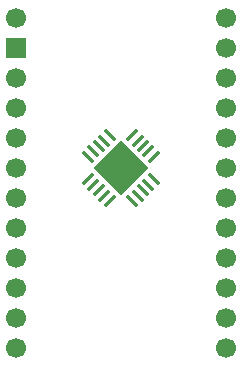
<source format=gts>
G04 #@! TF.GenerationSoftware,KiCad,Pcbnew,9.0.6*
G04 #@! TF.CreationDate,2026-01-08T12:32:58-06:00*
G04 #@! TF.ProjectId,QFN-20_5x5_P0.65,51464e2d-3230-45f3-9578-355f50302e36,rev?*
G04 #@! TF.SameCoordinates,Original*
G04 #@! TF.FileFunction,Soldermask,Top*
G04 #@! TF.FilePolarity,Negative*
%FSLAX46Y46*%
G04 Gerber Fmt 4.6, Leading zero omitted, Abs format (unit mm)*
G04 Created by KiCad (PCBNEW 9.0.6) date 2026-01-08 12:32:58*
%MOMM*%
%LPD*%
G01*
G04 APERTURE LIST*
G04 Aperture macros list*
%AMRoundRect*
0 Rectangle with rounded corners*
0 $1 Rounding radius*
0 $2 $3 $4 $5 $6 $7 $8 $9 X,Y pos of 4 corners*
0 Add a 4 corners polygon primitive as box body*
4,1,4,$2,$3,$4,$5,$6,$7,$8,$9,$2,$3,0*
0 Add four circle primitives for the rounded corners*
1,1,$1+$1,$2,$3*
1,1,$1+$1,$4,$5*
1,1,$1+$1,$6,$7*
1,1,$1+$1,$8,$9*
0 Add four rect primitives between the rounded corners*
20,1,$1+$1,$2,$3,$4,$5,0*
20,1,$1+$1,$4,$5,$6,$7,0*
20,1,$1+$1,$6,$7,$8,$9,0*
20,1,$1+$1,$8,$9,$2,$3,0*%
%AMRotRect*
0 Rectangle, with rotation*
0 The origin of the aperture is its center*
0 $1 length*
0 $2 width*
0 $3 Rotation angle, in degrees counterclockwise*
0 Add horizontal line*
21,1,$1,$2,0,0,$3*%
G04 Aperture macros list end*
%ADD10RoundRect,0.075000X-0.424264X0.318198X0.318198X-0.424264X0.424264X-0.318198X-0.318198X0.424264X0*%
%ADD11RoundRect,0.075000X-0.424264X-0.318198X-0.318198X-0.424264X0.424264X0.318198X0.318198X0.424264X0*%
%ADD12RotRect,3.350000X3.350000X315.000000*%
%ADD13C,1.700000*%
%ADD14R,1.700000X1.700000*%
G04 APERTURE END LIST*
D10*
X137015786Y-117046548D03*
X136096548Y-117965786D03*
X137475406Y-116586928D03*
X135636928Y-118425406D03*
X136556166Y-117506166D03*
D11*
X135636928Y-120334594D03*
X136096548Y-120794214D03*
X136556166Y-121253834D03*
X137015786Y-121713452D03*
X137475406Y-122173072D03*
D10*
X139384594Y-122173072D03*
X139844214Y-121713452D03*
X140303834Y-121253834D03*
X140763452Y-120794214D03*
X141223072Y-120334594D03*
D11*
X141223072Y-118425406D03*
X140763452Y-117965786D03*
X140303834Y-117506166D03*
X139844214Y-117046548D03*
X139384594Y-116586928D03*
D12*
X138430000Y-119380000D03*
D13*
X129540000Y-106680000D03*
D14*
X129540000Y-109220000D03*
D13*
X129540000Y-111760000D03*
X129540000Y-114300000D03*
X129540000Y-116840000D03*
X129540000Y-119380000D03*
X129540000Y-121920000D03*
X129540000Y-124460000D03*
X129540000Y-127000000D03*
X129540000Y-129540000D03*
X129540000Y-132080000D03*
X129540000Y-134620000D03*
X147320000Y-106680000D03*
X147320000Y-109220000D03*
X147320000Y-111760000D03*
X147320000Y-114300000D03*
X147320000Y-116840000D03*
X147320000Y-119380000D03*
X147320000Y-121920000D03*
X147320000Y-124460000D03*
X147320000Y-127000000D03*
X147320000Y-129540000D03*
X147320000Y-132080000D03*
X147320000Y-134620000D03*
M02*

</source>
